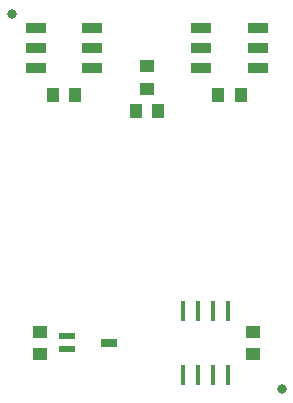
<source format=gtp>
G04 DipTrace 3.0.0.2*
G04 iota.GTP*
%MOMM*%
G04 #@! TF.FileFunction,Paste,Top*
G04 #@! TF.Part,Single*
%ADD39C,0.8*%
%ADD41R,0.4X1.8*%
%ADD43R,1.8X0.9*%
%ADD49R,1.4X0.8*%
%ADD51R,1.4X0.6*%
%ADD57R,1.3X1.1*%
%ADD59R,1.1X1.3*%
%FSLAX35Y35*%
G04*
G71*
G90*
G75*
G01*
G04 TopPaste*
%LPD*%
D59*
X1666128Y3615628D3*
X1476128D3*
X3066128D3*
X2876128D3*
D57*
X3171128Y1420628D3*
Y1610628D3*
X2271128Y3858628D3*
Y3668628D3*
D51*
X1593628Y1460628D3*
Y1570628D3*
D49*
X1948628Y1515628D3*
D57*
X1371128Y1420628D3*
Y1610628D3*
D59*
X2366378Y3477628D3*
X2176378D3*
D43*
X1331128Y4185628D3*
Y4015628D3*
Y3845628D3*
X1811128D3*
Y4015628D3*
Y4185628D3*
X2731128D3*
Y4015628D3*
Y3845628D3*
X3211128D3*
Y4015628D3*
Y4185628D3*
D41*
X2961628Y1785628D3*
X2834628D3*
X2707628D3*
X2580628D3*
Y1245628D3*
X2707628D3*
X2834628D3*
X2961628D3*
D39*
X3414128Y1128128D3*
X1128128Y4303128D3*
M02*

</source>
